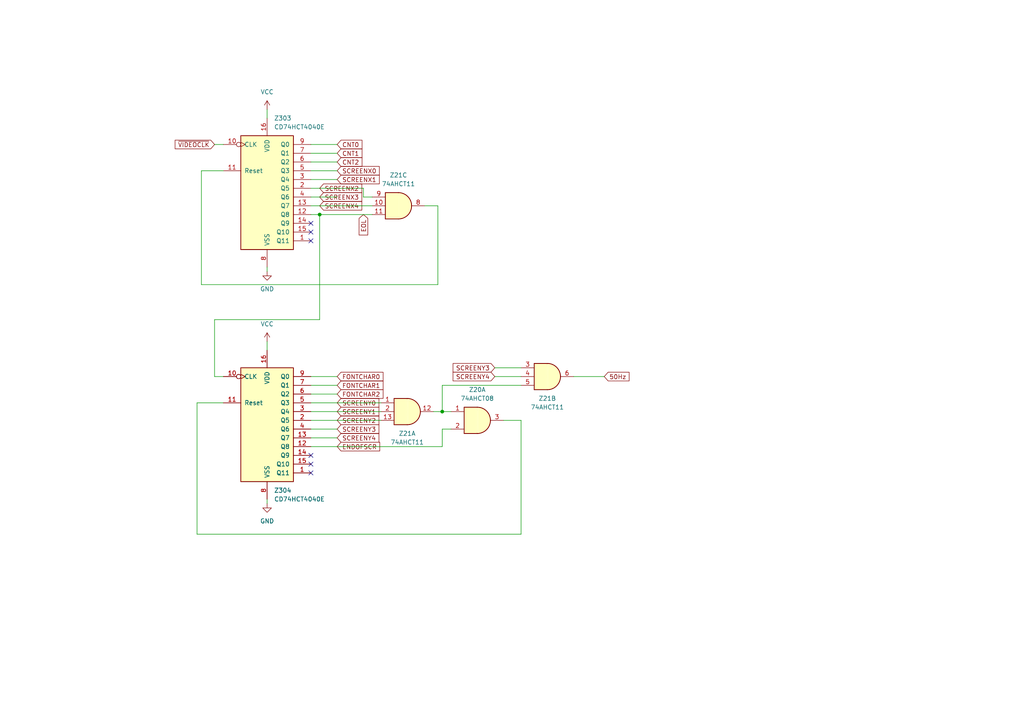
<source format=kicad_sch>
(kicad_sch (version 20211123) (generator eeschema)
  (paper "A4")
  (title_block (title "ACE4NOKB") (date "2020-04-30") (rev "Alpha") (company "Ontobus") (comment 1 "John Bradley") (comment 2 "https://creativecommons.org/licenses/by-nc-sa/4.0/") (comment 3 "Attribution-NonCommercial-ShareAlike 4.0 International License.") (comment 4 "This work is licensed under a Creative Commons "))
  (lib_symbols
    (symbol "4xxx:4040" (pin_names (offset 1.016))
      (property "Reference" "U" (at -7.62 16.51 0))
      (property "Value" "4040" (at -7.62 -19.05 0))
      (symbol "4040_1_0"
        (pin output line (at 12.7 -15.24 180) (length 5.08) (name "Q11") (number "1"))
        (pin input inverted_clock (at -12.7 12.7 0) (length 5.08) (name "CLK") (number "10"))
        (pin input line (at -12.7 5.08 0) (length 5.08) (name "Reset") (number "11"))
        (pin output line (at 12.7 -7.62 180) (length 5.08) (name "Q8") (number "12"))
        (pin output line (at 12.7 -5.08 180) (length 5.08) (name "Q7") (number "13"))
        (pin output line (at 12.7 -10.16 180) (length 5.08) (name "Q9") (number "14"))
        (pin output line (at 12.7 -12.7 180) (length 5.08) (name "Q10") (number "15"))
        (pin power_in line (at 0 20.32 270) (length 5.08) (name "VDD") (number "16"))
        (pin output line (at 12.7 0 180) (length 5.08) (name "Q5") (number "2"))
        (pin output line (at 12.7 2.54 180) (length 5.08) (name "Q4") (number "3"))
        (pin output line (at 12.7 -2.54 180) (length 5.08) (name "Q6") (number "4"))
        (pin output line (at 12.7 5.08 180) (length 5.08) (name "Q3") (number "5"))
        (pin output line (at 12.7 7.62 180) (length 5.08) (name "Q2") (number "6"))
        (pin output line (at 12.7 10.16 180) (length 5.08) (name "Q1") (number "7"))
        (pin power_in line (at 0 -22.86 90) (length 5.08) (name "VSS") (number "8"))
        (pin output line (at 12.7 12.7 180) (length 5.08) (name "Q0") (number "9"))
      )
      (symbol "4040_1_1"
        (rectangle (start -7.62 15.24) (end 7.62 -17.78) (stroke (width 0.254)) (fill (type background)))
      )
    )
    (symbol "74xx:74LS08" (pin_names (offset 1.016))
      (property "Reference" "U" (at 0 1.27 0))
      (property "Value" "74LS08" (at 0 -1.27 0))
      (symbol "74LS08_1_1"
        (arc (start 0 -3.81) (mid 3.81 0) (end 0 3.81) (stroke (width 0.254)) (fill (type background)))
        (polyline (pts (xy 0 3.81) (xy -3.81 3.81) (xy -3.81 -3.81) (xy 0 -3.81)) (stroke (width 0.254)) (fill (type background)))
        (pin input line (at -7.62 2.54 0) (length 3.81) (name "~") (number "1"))
        (pin input line (at -7.62 -2.54 0) (length 3.81) (name "~") (number "2"))
        (pin output line (at 7.62 0 180) (length 3.81) (name "~") (number "3"))
      )
      (symbol "74LS08_1_2"
        (arc (start -3.81 -3.81) (mid -2.589 0) (end -3.81 3.81) (stroke (width 0.254)))
        (arc (start -0.6096 -3.81) (mid 2.1842 -2.5851) (end 3.81 0) (stroke (width 0.254)) (fill (type background)))
        (polyline (pts (xy -3.81 -3.81) (xy -0.635 -3.81)) (stroke (width 0.254)) (fill (type background)))
        (polyline (pts (xy -3.81 3.81) (xy -0.635 3.81)) (stroke (width 0.254)) (fill (type background)))
        (polyline (pts (xy -0.635 3.81) (xy -3.81 3.81) (xy -3.81 3.81) (xy -3.556 3.4036) (xy -3.0226 2.2606) (xy -2.6924 1.0414) (xy -2.6162 -0.254) (xy -2.7686 -1.4986) (xy -3.175 -2.7178) (xy -3.81 -3.81) (xy -3.81 -3.81) (xy -0.635 -3.81)) (stroke (width -25.4)) (fill (type background)))
        (arc (start 3.81 0) (mid 2.1915 2.5936) (end -0.6096 3.81) (stroke (width 0.254)) (fill (type background)))
        (pin input inverted (at -7.62 2.54 0) (length 4.318) (name "~") (number "1"))
        (pin input inverted (at -7.62 -2.54 0) (length 4.318) (name "~") (number "2"))
        (pin output inverted (at 7.62 0 180) (length 3.81) (name "~") (number "3"))
      )
      (symbol "74LS08_2_1"
        (arc (start 0 -3.81) (mid 3.81 0) (end 0 3.81) (stroke (width 0.254)) (fill (type background)))
        (polyline (pts (xy 0 3.81) (xy -3.81 3.81) (xy -3.81 -3.81) (xy 0 -3.81)) (stroke (width 0.254)) (fill (type background)))
        (pin input line (at -7.62 2.54 0) (length 3.81) (name "~") (number "4"))
        (pin input line (at -7.62 -2.54 0) (length 3.81) (name "~") (number "5"))
        (pin output line (at 7.62 0 180) (length 3.81) (name "~") (number "6"))
      )
      (symbol "74LS08_2_2"
        (arc (start -3.81 -3.81) (mid -2.589 0) (end -3.81 3.81) (stroke (width 0.254)))
        (arc (start -0.6096 -3.81) (mid 2.1842 -2.5851) (end 3.81 0) (stroke (width 0.254)) (fill (type background)))
        (polyline (pts (xy -3.81 -3.81) (xy -0.635 -3.81)) (stroke (width 0.254)) (fill (type background)))
        (polyline (pts (xy -3.81 3.81) (xy -0.635 3.81)) (stroke (width 0.254)) (fill (type background)))
        (polyline (pts (xy -0.635 3.81) (xy -3.81 3.81) (xy -3.81 3.81) (xy -3.556 3.4036) (xy -3.0226 2.2606) (xy -2.6924 1.0414) (xy -2.6162 -0.254) (xy -2.7686 -1.4986) (xy -3.175 -2.7178) (xy -3.81 -3.81) (xy -3.81 -3.81) (xy -0.635 -3.81)) (stroke (width -25.4)) (fill (type background)))
        (arc (start 3.81 0) (mid 2.1915 2.5936) (end -0.6096 3.81) (stroke (width 0.254)) (fill (type background)))
        (pin input inverted (at -7.62 2.54 0) (length 4.318) (name "~") (number "4"))
        (pin input inverted (at -7.62 -2.54 0) (length 4.318) (name "~") (number "5"))
        (pin output inverted (at 7.62 0 180) (length 3.81) (name "~") (number "6"))
      )
      (symbol "74LS08_3_1"
        (arc (start 0 -3.81) (mid 3.81 0) (end 0 3.81) (stroke (width 0.254)) (fill (type background)))
        (polyline (pts (xy 0 3.81) (xy -3.81 3.81) (xy -3.81 -3.81) (xy 0 -3.81)) (stroke (width 0.254)) (fill (type background)))
        (pin input line (at -7.62 -2.54 0) (length 3.81) (name "~") (number "10"))
        (pin output line (at 7.62 0 180) (length 3.81) (name "~") (number "8"))
        (pin input line (at -7.62 2.54 0) (length 3.81) (name "~") (number "9"))
      )
      (symbol "74LS08_3_2"
        (arc (start -3.81 -3.81) (mid -2.589 0) (end -3.81 3.81) (stroke (width 0.254)))
        (arc (start -0.6096 -3.81) (mid 2.1842 -2.5851) (end 3.81 0) (stroke (width 0.254)) (fill (type background)))
        (polyline (pts (xy -3.81 -3.81) (xy -0.635 -3.81)) (stroke (width 0.254)) (fill (type background)))
        (polyline (pts (xy -3.81 3.81) (xy -0.635 3.81)) (stroke (width 0.254)) (fill (type background)))
        (polyline (pts (xy -0.635 3.81) (xy -3.81 3.81) (xy -3.81 3.81) (xy -3.556 3.4036) (xy -3.0226 2.2606) (xy -2.6924 1.0414) (xy -2.6162 -0.254) (xy -2.7686 -1.4986) (xy -3.175 -2.7178) (xy -3.81 -3.81) (xy -3.81 -3.81) (xy -0.635 -3.81)) (stroke (width -25.4)) (fill (type background)))
        (arc (start 3.81 0) (mid 2.1915 2.5936) (end -0.6096 3.81) (stroke (width 0.254)) (fill (type background)))
        (pin input inverted (at -7.62 -2.54 0) (length 4.318) (name "~") (number "10"))
        (pin output inverted (at 7.62 0 180) (length 3.81) (name "~") (number "8"))
        (pin input inverted (at -7.62 2.54 0) (length 4.318) (name "~") (number "9"))
      )
      (symbol "74LS08_4_1"
        (arc (start 0 -3.81) (mid 3.81 0) (end 0 3.81) (stroke (width 0.254)) (fill (type background)))
        (polyline (pts (xy 0 3.81) (xy -3.81 3.81) (xy -3.81 -3.81) (xy 0 -3.81)) (stroke (width 0.254)) (fill (type background)))
        (pin output line (at 7.62 0 180) (length 3.81) (name "~") (number "11"))
        (pin input line (at -7.62 2.54 0) (length 3.81) (name "~") (number "12"))
        (pin input line (at -7.62 -2.54 0) (length 3.81) (name "~") (number "13"))
      )
      (symbol "74LS08_4_2"
        (arc (start -3.81 -3.81) (mid -2.589 0) (end -3.81 3.81) (stroke (width 0.254)))
        (arc (start -0.6096 -3.81) (mid 2.1842 -2.5851) (end 3.81 0) (stroke (width 0.254)) (fill (type background)))
        (polyline (pts (xy -3.81 -3.81) (xy -0.635 -3.81)) (stroke (width 0.254)) (fill (type background)))
        (polyline (pts (xy -3.81 3.81) (xy -0.635 3.81)) (stroke (width 0.254)) (fill (type background)))
        (polyline (pts (xy -0.635 3.81) (xy -3.81 3.81) (xy -3.81 3.81) (xy -3.556 3.4036) (xy -3.0226 2.2606) (xy -2.6924 1.0414) (xy -2.6162 -0.254) (xy -2.7686 -1.4986) (xy -3.175 -2.7178) (xy -3.81 -3.81) (xy -3.81 -3.81) (xy -0.635 -3.81)) (stroke (width -25.4)) (fill (type background)))
        (arc (start 3.81 0) (mid 2.1915 2.5936) (end -0.6096 3.81) (stroke (width 0.254)) (fill (type background)))
        (pin output inverted (at 7.62 0 180) (length 3.81) (name "~") (number "11"))
        (pin input inverted (at -7.62 2.54 0) (length 4.318) (name "~") (number "12"))
        (pin input inverted (at -7.62 -2.54 0) (length 4.318) (name "~") (number "13"))
      )
      (symbol "74LS08_5_0"
        (pin power_in line (at 0 12.7 270) (length 5.08) (name "VCC") (number "14"))
        (pin power_in line (at 0 -12.7 90) (length 5.08) (name "GND") (number "7"))
      )
      (symbol "74LS08_5_1"
        (rectangle (start -5.08 7.62) (end 5.08 -7.62) (stroke (width 0.254)) (fill (type background)))
      )
    )
    (symbol "74xx:74LS11" (pin_names (offset 1.016))
      (property "Reference" "U" (at 0 1.27 0))
      (property "Value" "74LS11" (at 0 -1.27 0))
      (symbol "74LS11_1_1"
        (arc (start 0 -3.81) (mid 3.81 0) (end 0 3.81) (stroke (width 0.254)) (fill (type background)))
        (polyline (pts (xy 0 3.81) (xy -3.81 3.81) (xy -3.81 -3.81) (xy 0 -3.81)) (stroke (width 0.254)) (fill (type background)))
        (pin input line (at -7.62 2.54 0) (length 3.81) (name "~") (number "1"))
        (pin output line (at 7.62 0 180) (length 3.81) (name "~") (number "12"))
        (pin input line (at -7.62 -2.54 0) (length 3.81) (name "~") (number "13"))
        (pin input line (at -7.62 0 0) (length 3.81) (name "~") (number "2"))
      )
      (symbol "74LS11_1_2"
        (arc (start -3.81 -3.81) (mid -2.589 0) (end -3.81 3.81) (stroke (width 0.254)))
        (arc (start -0.6096 -3.81) (mid 2.1842 -2.5851) (end 3.81 0) (stroke (width 0.254)) (fill (type background)))
        (polyline (pts (xy -3.81 -3.81) (xy -0.635 -3.81)) (stroke (width 0.254)) (fill (type background)))
        (polyline (pts (xy -3.81 3.81) (xy -0.635 3.81)) (stroke (width 0.254)) (fill (type background)))
        (polyline (pts (xy -0.635 3.81) (xy -3.81 3.81) (xy -3.81 3.81) (xy -3.556 3.4036) (xy -3.0226 2.2606) (xy -2.6924 1.0414) (xy -2.6162 -0.254) (xy -2.7686 -1.4986) (xy -3.175 -2.7178) (xy -3.81 -3.81) (xy -3.81 -3.81) (xy -0.635 -3.81)) (stroke (width -25.4)) (fill (type background)))
        (arc (start 3.81 0) (mid 2.1915 2.5936) (end -0.6096 3.81) (stroke (width 0.254)) (fill (type background)))
        (pin input inverted (at -7.62 2.54 0) (length 4.318) (name "~") (number "1"))
        (pin output inverted (at 7.62 0 180) (length 3.81) (name "~") (number "12"))
        (pin input inverted (at -7.62 -2.54 0) (length 4.318) (name "~") (number "13"))
        (pin input inverted (at -7.62 0 0) (length 4.953) (name "~") (number "2"))
      )
      (symbol "74LS11_2_1"
        (arc (start 0 -3.81) (mid 3.81 0) (end 0 3.81) (stroke (width 0.254)) (fill (type background)))
        (polyline (pts (xy 0 3.81) (xy -3.81 3.81) (xy -3.81 -3.81) (xy 0 -3.81)) (stroke (width 0.254)) (fill (type background)))
        (pin input line (at -7.62 2.54 0) (length 3.81) (name "~") (number "3"))
        (pin input line (at -7.62 0 0) (length 3.81) (name "~") (number "4"))
        (pin input line (at -7.62 -2.54 0) (length 3.81) (name "~") (number "5"))
        (pin output line (at 7.62 0 180) (length 3.81) (name "~") (number "6"))
      )
      (symbol "74LS11_2_2"
        (arc (start -3.81 -3.81) (mid -2.589 0) (end -3.81 3.81) (stroke (width 0.254)))
        (arc (start -0.6096 -3.81) (mid 2.1842 -2.5851) (end 3.81 0) (stroke (width 0.254)) (fill (type background)))
        (polyline (pts (xy -3.81 -3.81) (xy -0.635 -3.81)) (stroke (width 0.254)) (fill (type background)))
        (polyline (pts (xy -3.81 3.81) (xy -0.635 3.81)) (stroke (width 0.254)) (fill (type background)))
        (polyline (pts (xy -0.635 3.81) (xy -3.81 3.81) (xy -3.81 3.81) (xy -3.556 3.4036) (xy -3.0226 2.2606) (xy -2.6924 1.0414) (xy -2.6162 -0.254) (xy -2.7686 -1.4986) (xy -3.175 -2.7178) (xy -3.81 -3.81) (xy -3.81 -3.81) (xy -0.635 -3.81)) (stroke (width -25.4)) (fill (type background)))
        (arc (start 3.81 0) (mid 2.1915 2.5936) (end -0.6096 3.81) (stroke (width 0.254)) (fill (type background)))
        (pin input inverted (at -7.62 2.54 0) (length 4.318) (name "~") (number "3"))
        (pin input inverted (at -7.62 0 0) (length 4.953) (name "~") (number "4"))
        (pin input inverted (at -7.62 -2.54 0) (length 4.318) (name "~") (number "5"))
        (pin output inverted (at 7.62 0 180) (length 3.81) (name "~") (number "6"))
      )
      (symbol "74LS11_3_1"
        (arc (start 0 -3.81) (mid 3.81 0) (end 0 3.81) (stroke (width 0.254)) (fill (type background)))
        (polyline (pts (xy 0 3.81) (xy -3.81 3.81) (xy -3.81 -3.81) (xy 0 -3.81)) (stroke (width 0.254)) (fill (type background)))
        (pin input line (at -7.62 0 0) (length 3.81) (name "~") (number "10"))
        (pin input line (at -7.62 -2.54 0) (length 3.81) (name "~") (number "11"))
        (pin output line (at 7.62 0 180) (length 3.81) (name "~") (number "8"))
        (pin input line (at -7.62 2.54 0) (length 3.81) (name "~") (number "9"))
      )
      (symbol "74LS11_3_2"
        (arc (start -3.81 -3.81) (mid -2.589 0) (end -3.81 3.81) (stroke (width 0.254)))
        (arc (start -0.6096 -3.81) (mid 2.1842 -2.5851) (end 3.81 0) (stroke (width 0.254)) (fill (type background)))
        (polyline (pts (xy -3.81 -3.81) (xy -0.635 -3.81)) (stroke (width 0.254)) (fill (type background)))
        (polyline (pts (xy -3.81 3.81) (xy -0.635 3.81)) (stroke (width 0.254)) (fill (type background)))
        (polyline (pts (xy -0.635 3.81) (xy -3.81 3.81) (xy -3.81 3.81) (xy -3.556 3.4036) (xy -3.0226 2.2606) (xy -2.6924 1.0414) (xy -2.6162 -0.254) (xy -2.7686 -1.4986) (xy -3.175 -2.7178) (xy -3.81 -3.81) (xy -3.81 -3.81) (xy -0.635 -3.81)) (stroke (width -25.4)) (fill (type background)))
        (arc (start 3.81 0) (mid 2.1915 2.5936) (end -0.6096 3.81) (stroke (width 0.254)) (fill (type background)))
        (pin input inverted (at -7.62 0 0) (length 4.953) (name "~") (number "10"))
        (pin input inverted (at -7.62 -2.54 0) (length 4.318) (name "~") (number "11"))
        (pin output inverted (at 7.62 0 180) (length 3.81) (name "~") (number "8"))
        (pin input inverted (at -7.62 2.54 0) (length 4.318) (name "~") (number "9"))
      )
      (symbol "74LS11_4_0"
        (pin power_in line (at 0 12.7 270) (length 5.08) (name "VCC") (number "14"))
        (pin power_in line (at 0 -12.7 90) (length 5.08) (name "GND") (number "7"))
      )
      (symbol "74LS11_4_1"
        (rectangle (start -5.08 7.62) (end 5.08 -7.62) (stroke (width 0.254)) (fill (type background)))
      )
    )
    (symbol "power:GND" (power) (pin_names (offset 0))
      (property "Value" "GND" (at 0 -3.81 0))
      (symbol "GND_0_1"
        (polyline (pts (xy 0 0) (xy 0 -1.27) (xy 1.27 -1.27) (xy 0 -2.54) (xy -1.27 -1.27) (xy 0 -1.27)))
      )
      (symbol "GND_1_1"
        (pin power_in line (at 0 0 270) (length 0) hide (name "GND") (number "1"))
      )
    )
    (symbol "power:VCC" (power) (pin_names (offset 0))
      (property "Value" "VCC" (at 0 3.81 0))
      (symbol "VCC_0_1"
        (polyline (pts (xy -0.762 1.27) (xy 0 2.54)))
        (polyline (pts (xy 0 0) (xy 0 2.54)))
        (polyline (pts (xy 0 2.54) (xy 0.762 1.27)))
      )
      (symbol "VCC_1_1"
        (pin power_in line (at 0 0 90) (length 0) hide (name "VCC") (number "1"))
      )
    )
  )
  (junction (at 92.71 62.23))
  (junction (at 128.27 119.38))
  (no_connect (at 90.17 134.62))
  (no_connect (at 90.17 137.16))
  (no_connect (at 90.17 64.77))
  (no_connect (at 90.17 67.31))
  (no_connect (at 90.17 69.85))
  (no_connect (at 90.17 132.08))
  (wire (pts (xy 92.71 62.23) (xy 107.95 62.23)))
  (wire (pts (xy 58.42 49.53) (xy 64.77 49.53)))
  (wire (pts (xy 105.41 54.61) (xy 105.41 57.15)))
  (wire (pts (xy 90.17 62.23) (xy 92.71 62.23)))
  (wire (pts (xy 90.17 121.92) (xy 110.49 121.92)))
  (wire (pts (xy 77.47 34.29) (xy 77.47 31.75)))
  (wire (pts (xy 90.17 119.38) (xy 110.49 119.38)))
  (wire (pts (xy 62.23 92.71) (xy 62.23 109.22)))
  (wire (pts (xy 58.42 82.55) (xy 58.42 49.53)))
  (wire (pts (xy 90.17 59.69) (xy 107.95 59.69)))
  (wire (pts (xy 77.47 77.47) (xy 77.47 78.74)))
  (wire (pts (xy 90.17 124.46) (xy 97.79 124.46)))
  (wire (pts (xy 127 59.69) (xy 127 82.55)))
  (wire (pts (xy 92.71 62.23) (xy 92.71 92.71)))
  (wire (pts (xy 90.17 46.99) (xy 97.79 46.99)))
  (wire (pts (xy 128.27 111.76) (xy 128.27 119.38)))
  (wire (pts (xy 105.41 57.15) (xy 107.95 57.15)))
  (wire (pts (xy 125.73 119.38) (xy 128.27 119.38)))
  (wire (pts (xy 127 82.55) (xy 58.42 82.55)))
  (wire (pts (xy 123.19 59.69) (xy 127 59.69)))
  (wire (pts (xy 151.13 121.92) (xy 151.13 154.94)))
  (wire (pts (xy 90.17 41.91) (xy 97.79 41.91)))
  (wire (pts (xy 128.27 111.76) (xy 151.13 111.76)))
  (wire (pts (xy 57.15 154.94) (xy 151.13 154.94)))
  (wire (pts (xy 128.27 119.38) (xy 130.81 119.38)))
  (wire (pts (xy 90.17 52.07) (xy 97.79 52.07)))
  (wire (pts (xy 90.17 49.53) (xy 97.79 49.53)))
  (wire (pts (xy 77.47 144.78) (xy 77.47 146.05)))
  (wire (pts (xy 128.27 124.46) (xy 128.27 129.54)))
  (wire (pts (xy 90.17 54.61) (xy 105.41 54.61)))
  (wire (pts (xy 130.81 124.46) (xy 128.27 124.46)))
  (wire (pts (xy 64.77 116.84) (xy 57.15 116.84)))
  (wire (pts (xy 77.47 101.6) (xy 77.47 99.06)))
  (wire (pts (xy 90.17 111.76) (xy 97.79 111.76)))
  (wire (pts (xy 90.17 116.84) (xy 110.49 116.84)))
  (wire (pts (xy 57.15 116.84) (xy 57.15 154.94)))
  (wire (pts (xy 146.05 121.92) (xy 151.13 121.92)))
  (wire (pts (xy 90.17 127) (xy 97.79 127)))
  (wire (pts (xy 90.17 57.15) (xy 97.79 57.15)))
  (wire (pts (xy 90.17 114.3) (xy 97.79 114.3)))
  (wire (pts (xy 62.23 109.22) (xy 64.77 109.22)))
  (wire (pts (xy 143.51 106.68) (xy 151.13 106.68)))
  (wire (pts (xy 143.51 109.22) (xy 151.13 109.22)))
  (wire (pts (xy 90.17 129.54) (xy 128.27 129.54)))
  (wire (pts (xy 90.17 109.22) (xy 97.79 109.22)))
  (wire (pts (xy 64.77 41.91) (xy 62.23 41.91)))
  (wire (pts (xy 166.37 109.22) (xy 175.26 109.22)))
  (wire (pts (xy 92.71 92.71) (xy 62.23 92.71)))
  (wire (pts (xy 90.17 44.45) (xy 97.79 44.45)))
  (global_label "FONTCHAR2" (shape input) (at 97.79 114.3 0) (property "Intersheet References" "${INTERSHEET_REFS}" (at 110.9999 114.2206 0) (effects (justify left))))
  (global_label "CNT0" (shape input) (at 97.79 41.91 0) (property "Intersheet References" "${INTERSHEET_REFS}" (at 104.8918 41.8306 0) (effects (justify left))))
  (global_label "ENDOFSCR" (shape input) (at 97.79 129.54 0) (property "Intersheet References" "${INTERSHEET_REFS}" (at 110.0323 129.4606 0) (effects (justify left))))
  (global_label "SCREENY2" (shape input) (at 97.79 121.92 0) (property "Intersheet References" "${INTERSHEET_REFS}" (at 109.7904 121.8406 0) (effects (justify left))))
  (global_label "SCREENY3" (shape input) (at 143.51 106.68 180) (property "Intersheet References" "${INTERSHEET_REFS}" (at 131.5096 106.6006 0) (effects (justify right))))
  (global_label "CNT1" (shape input) (at 97.79 44.45 0) (property "Intersheet References" "${INTERSHEET_REFS}" (at 104.8918 44.3706 0) (effects (justify left))))
  (global_label "SCREENX4" (shape input) (at 92.71 59.69 0) (property "Intersheet References" "${INTERSHEET_REFS}" (at 104.8313 59.6106 0) (effects (justify left))))
  (global_label "SCREENX1" (shape input) (at 97.79 52.07 0) (property "Intersheet References" "${INTERSHEET_REFS}" (at 109.9113 51.9906 0) (effects (justify left))))
  (global_label "FONTCHAR1" (shape input) (at 97.79 111.76 0) (property "Intersheet References" "${INTERSHEET_REFS}" (at 110.9999 111.6806 0) (effects (justify left))))
  (global_label "SCREENY3" (shape input) (at 97.79 124.46 0) (property "Intersheet References" "${INTERSHEET_REFS}" (at 109.7904 124.3806 0) (effects (justify left))))
  (global_label "EOL" (shape input) (at 105.41 62.23 270) (property "Intersheet References" "${INTERSHEET_REFS}" (at 105.3306 68.0618 90) (effects (justify right))))
  (global_label "SCREENY4" (shape input) (at 143.51 109.22 180) (property "Intersheet References" "${INTERSHEET_REFS}" (at 131.5096 109.1406 0) (effects (justify right))))
  (global_label "CNT2" (shape input) (at 97.79 46.99 0) (property "Intersheet References" "${INTERSHEET_REFS}" (at 104.8918 46.9106 0) (effects (justify left))))
  (global_label "SCREENY4" (shape input) (at 97.79 127 0) (property "Intersheet References" "${INTERSHEET_REFS}" (at 109.7904 126.9206 0) (effects (justify left))))
  (global_label "FONTCHAR0" (shape input) (at 97.79 109.22 0) (property "Intersheet References" "${INTERSHEET_REFS}" (at 110.9999 109.1406 0) (effects (justify left))))
  (global_label "SCREENY1" (shape input) (at 97.79 119.38 0) (property "Intersheet References" "${INTERSHEET_REFS}" (at 109.7904 119.3006 0) (effects (justify left))))
  (global_label "~{VIDEOCLK}" (shape input) (at 62.23 41.91 180) (property "Intersheet References" "${INTERSHEET_REFS}" (at 50.8948 41.8306 0) (effects (justify right))))
  (global_label "SCREENY0" (shape input) (at 97.79 116.84 0) (property "Intersheet References" "${INTERSHEET_REFS}" (at 109.7904 116.7606 0) (effects (justify left))))
  (global_label "SCREENX0" (shape input) (at 97.79 49.53 0) (property "Intersheet References" "${INTERSHEET_REFS}" (at 109.9113 49.4506 0) (effects (justify left))))
  (global_label "SCREENX3" (shape input) (at 92.71 57.15 0) (property "Intersheet References" "${INTERSHEET_REFS}" (at 104.8313 57.0706 0) (effects (justify left))))
  (global_label "SCREENX2" (shape input) (at 92.71 54.61 0) (property "Intersheet References" "${INTERSHEET_REFS}" (at 104.8313 54.5306 0) (effects (justify left))))
  (global_label "50Hz" (shape input) (at 175.26 109.22 0) (property "Intersheet References" "${INTERSHEET_REFS}" (at 182.3618 109.1406 0) (effects (justify left))))
  (symbol (lib_id "4xxx:4040") (at 77.47 54.61 0) (unit 1)
    (property "Reference" "Z303" (at 79.4894 34.29 0) (effects (justify left)))
    (property "Value" "CD74HCT4040E" (at 79.4894 36.83 0) (effects (justify left)))
    (property "Footprint" "Package_DIP:DIP-16_W7.62mm_Socket" (effects hide))
    (property "Datasheet" "http://www.intersil.com/content/dam/Intersil/documents/cd40/cd4020bms-24bms-40bms.pdf" (effects hide))
    (property "Description" "CD74HCT4040E, 12-stage Binary Counter, Up Counter 5V, 16-Pin PDIP" (effects hide))
    (property "Height" "5.08" (effects hide))
    (property "Manufacturer_Name" "Texas Instruments" (effects hide))
    (property "Manufacturer_Part_Number" "CD74HCT4040E" (effects hide))
    (property "Mouser Part Number" "595-CD74HCT4040E" (effects hide))
    (property "Mouser Price/Stock" "https://www.mouser.com/Search/Refine.aspx?Keyword=595-CD74HCT4040E" (effects hide))
    (property "RS Part Number" "0635252P" (effects hide))
    (property "RS Price/Stock" "http://uk.rs-online.com/web/p/products/0635252P" (effects hide))
  )
  (symbol (lib_id "74xx:74LS11") (at 115.57 59.69 0) (unit 3)
    (property "Reference" "Z21" (at 115.57 50.8 0))
    (property "Value" "74AHCT11" (at 115.57 53.34 0))
    (property "Footprint" "Package_DIP:DIP-14_W7.62mm_Socket" (effects hide))
    (property "Datasheet" "http://www.ti.com/lit/gpn/sn74LS11" (effects hide))
  )
  (symbol (lib_id "4xxx:4040") (at 77.47 121.92 0) (unit 1)
    (property "Reference" "Z304" (at 79.4894 142.24 0) (effects (justify left)))
    (property "Value" "CD74HCT4040E" (at 79.4894 144.78 0) (effects (justify left)))
    (property "Footprint" "Package_DIP:DIP-16_W7.62mm_Socket" (effects hide))
    (property "Datasheet" "http://www.intersil.com/content/dam/Intersil/documents/cd40/cd4020bms-24bms-40bms.pdf" (effects hide))
    (property "Description" "CD74HCT4040E, 12-stage Binary Counter, Up Counter 5V, 16-Pin PDIP" (effects hide))
    (property "Height" "5.08" (effects hide))
    (property "Manufacturer_Name" "Texas Instruments" (effects hide))
    (property "Manufacturer_Part_Number" "CD74HCT4040E" (effects hide))
    (property "Mouser Part Number" "595-CD74HCT4040E" (effects hide))
    (property "Mouser Price/Stock" "https://www.mouser.com/Search/Refine.aspx?Keyword=595-CD74HCT4040E" (effects hide))
    (property "RS Part Number" "0635252P" (effects hide))
    (property "RS Price/Stock" "http://uk.rs-online.com/web/p/products/0635252P" (effects hide))
  )
  (symbol (lib_id "74xx:74LS11") (at 118.11 119.38 0) (unit 1)
    (property "Reference" "Z21" (at 118.11 125.73 0))
    (property "Value" "74AHCT11" (at 118.11 128.27 0))
    (property "Footprint" "Package_DIP:DIP-14_W7.62mm_Socket" (effects hide))
    (property "Datasheet" "http://www.ti.com/lit/gpn/sn74LS11" (effects hide))
  )
  (symbol (lib_id "74xx:74LS08") (at 138.43 121.92 0) (unit 1)
    (property "Reference" "Z20" (at 138.43 113.03 0))
    (property "Value" "74AHCT08" (at 138.43 115.57 0))
    (property "Footprint" "Package_DIP:DIP-14_W7.62mm_Socket" (effects hide))
    (property "Datasheet" "http://www.ti.com/lit/gpn/sn74LS08" (effects hide))
  )
  (symbol (lib_id "74xx:74LS11") (at 158.75 109.22 0) (unit 2)
    (property "Reference" "Z21" (at 158.75 115.57 0))
    (property "Value" "74AHCT11" (at 158.75 118.11 0))
    (property "Footprint" "Package_DIP:DIP-14_W7.62mm_Socket" (effects hide))
    (property "Datasheet" "http://www.ti.com/lit/gpn/sn74LS11" (effects hide))
  )
  (symbol (lib_id "power:VCC") (at 77.47 31.75 0) (unit 1)
    (property "Reference" "#0144" (effects hide))
    (property "Value" "VCC" (at 77.47 26.67 0))
  )
  (symbol (lib_id "power:VCC") (at 77.47 99.06 0) (unit 1)
    (property "Reference" "#0143" (effects hide))
    (property "Value" "VCC" (at 77.47 93.98 0))
  )
  (symbol (lib_id "power:GND") (at 77.47 146.05 0) (unit 1)
    (property "Reference" "#0142" (effects hide))
    (property "Value" "GND" (at 77.47 151.13 0))
  )
  (symbol (lib_id "power:GND") (at 77.47 78.74 0) (unit 1)
    (property "Reference" "#0125" (effects hide))
    (property "Value" "GND" (at 77.47 83.82 0))
  )
)
</source>
